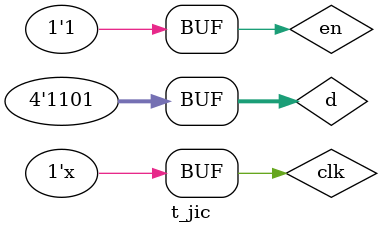
<source format=v>
module t_jic;
	// Inputs
	reg clk;
	reg en;
	reg [3:0] d;
	// Outputs
	wire [3:0] q;
	// Instantiate the Unit Under Test (UUT)
	jic uut (
		.clk(clk), 
		.en(en), 
		.d(d), 
		.q(q)
	     );

	initial 
	begin
		clk = 0;
		en = 0;
		d = 4'b1101;
      #15 en = 1;
	end 
   always #5 clk = ~clk;

endmodule

</source>
